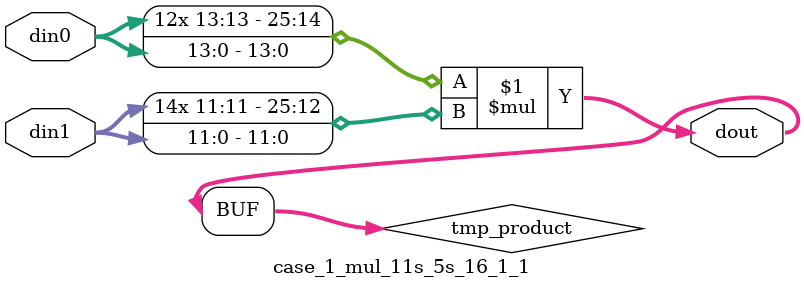
<source format=v>

`timescale 1 ns / 1 ps

 (* use_dsp = "no" *)  module case_1_mul_11s_5s_16_1_1(din0, din1, dout);
parameter ID = 1;
parameter NUM_STAGE = 0;
parameter din0_WIDTH = 14;
parameter din1_WIDTH = 12;
parameter dout_WIDTH = 26;

input [din0_WIDTH - 1 : 0] din0; 
input [din1_WIDTH - 1 : 0] din1; 
output [dout_WIDTH - 1 : 0] dout;

wire signed [dout_WIDTH - 1 : 0] tmp_product;



























assign tmp_product = $signed(din0) * $signed(din1);








assign dout = tmp_product;





















endmodule

</source>
